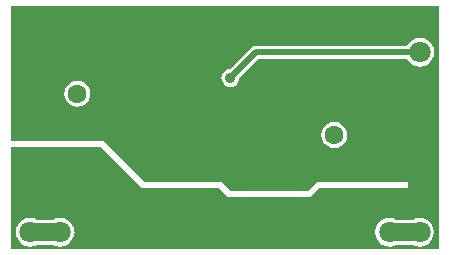
<source format=gbl>
G04 Layer_Physical_Order=2*
G04 Layer_Color=16711680*
%FSLAX42Y42*%
%MOMM*%
G71*
G01*
G75*
%ADD17C,0.50*%
%ADD20C,1.60*%
%ADD21C,1.80*%
%ADD22C,0.90*%
%ADD23C,1.50*%
%ADD24R,3.00X2.75*%
%ADD25R,3.14X2.53*%
%ADD26R,2.75X2.25*%
%ADD27R,5.25X2.75*%
%ADD28R,3.25X2.25*%
%ADD29R,5.50X2.75*%
%ADD30R,3.00X2.00*%
G36*
X3664Y36D02*
X36D01*
Y900D01*
X529D01*
X533Y887D01*
X522Y878D01*
X504Y855D01*
X493Y829D01*
X492Y820D01*
X708D01*
X707Y829D01*
X696Y855D01*
X678Y878D01*
X667Y887D01*
X671Y900D01*
X800D01*
X1150Y550D01*
X1800D01*
X1875Y475D01*
X2575D01*
X2650Y550D01*
X2704D01*
X2708Y537D01*
X2697Y528D01*
X2679Y505D01*
X2668Y479D01*
X2667Y470D01*
X2883D01*
X2882Y479D01*
X2871Y505D01*
X2853Y528D01*
X2842Y537D01*
X2846Y550D01*
X3400D01*
Y600D01*
X2625D01*
X2550Y525D01*
X1900D01*
X1825Y600D01*
X1175D01*
X1125Y650D01*
X825Y950D01*
X36D01*
Y2095D01*
X3664D01*
Y36D01*
D02*
G37*
%LPC*%
G36*
X3498Y299D02*
X3467Y294D01*
X3440Y283D01*
X3302D01*
X3275Y294D01*
X3244Y299D01*
X3213Y294D01*
X3183Y282D01*
X3158Y263D01*
X3139Y238D01*
X3127Y209D01*
X3124Y187D01*
X3123Y181D01*
X3111D01*
X3110Y187D01*
X3107Y209D01*
X3095Y238D01*
X3076Y263D01*
X3051Y282D01*
X3021Y294D01*
X3010Y296D01*
Y178D01*
Y59D01*
X3021Y61D01*
X3051Y73D01*
X3076Y92D01*
X3095Y117D01*
X3107Y146D01*
X3110Y168D01*
X3111Y174D01*
X3123D01*
X3124Y168D01*
X3127Y146D01*
X3139Y117D01*
X3158Y92D01*
X3183Y73D01*
X3213Y61D01*
X3244Y56D01*
X3275Y61D01*
X3302Y72D01*
X3440D01*
X3467Y61D01*
X3498Y56D01*
X3529Y61D01*
X3559Y73D01*
X3584Y92D01*
X3603Y117D01*
X3615Y146D01*
X3619Y178D01*
X3615Y209D01*
X3603Y238D01*
X3584Y263D01*
X3559Y282D01*
X3529Y294D01*
X3498Y299D01*
D02*
G37*
G36*
X453D02*
X422Y294D01*
X395Y283D01*
X257D01*
X230Y294D01*
X199Y299D01*
X168Y294D01*
X138Y282D01*
X113Y263D01*
X94Y238D01*
X82Y209D01*
X78Y178D01*
X82Y146D01*
X94Y117D01*
X113Y92D01*
X138Y73D01*
X168Y61D01*
X199Y56D01*
X230Y61D01*
X257Y72D01*
X395D01*
X422Y61D01*
X453Y56D01*
X484Y61D01*
X514Y73D01*
X539Y92D01*
X558Y117D01*
X570Y146D01*
X573Y168D01*
X574Y174D01*
X586D01*
X587Y168D01*
X590Y146D01*
X602Y117D01*
X621Y92D01*
X646Y73D01*
X676Y61D01*
X687Y59D01*
Y178D01*
Y296D01*
X676Y294D01*
X646Y282D01*
X621Y263D01*
X602Y238D01*
X590Y209D01*
X587Y187D01*
X586Y181D01*
X574D01*
X573Y187D01*
X570Y209D01*
X558Y238D01*
X539Y263D01*
X514Y282D01*
X484Y294D01*
X453Y299D01*
D02*
G37*
G36*
X2883Y430D02*
X2795D01*
Y342D01*
X2804Y343D01*
X2830Y354D01*
X2853Y372D01*
X2871Y395D01*
X2882Y421D01*
X2883Y430D01*
D02*
G37*
G36*
X2755D02*
X2667D01*
X2668Y421D01*
X2679Y395D01*
X2697Y372D01*
X2720Y354D01*
X2746Y343D01*
X2755Y342D01*
Y430D01*
D02*
G37*
G36*
X981Y296D02*
Y198D01*
X1079D01*
X1078Y209D01*
X1066Y238D01*
X1047Y263D01*
X1022Y282D01*
X992Y294D01*
X981Y296D01*
D02*
G37*
G36*
X2756D02*
Y178D01*
Y59D01*
X2767Y61D01*
X2797Y73D01*
X2822Y92D01*
X2841Y117D01*
X2853Y146D01*
X2856Y168D01*
X2857Y174D01*
X2869D01*
X2870Y168D01*
X2873Y146D01*
X2885Y117D01*
X2904Y92D01*
X2929Y73D01*
X2959Y61D01*
X2970Y59D01*
Y178D01*
Y296D01*
X2959Y294D01*
X2929Y282D01*
X2904Y263D01*
X2885Y238D01*
X2873Y209D01*
X2870Y187D01*
X2869Y181D01*
X2857D01*
X2856Y187D01*
X2853Y209D01*
X2841Y238D01*
X2822Y263D01*
X2797Y282D01*
X2767Y294D01*
X2756Y296D01*
D02*
G37*
G36*
X2716Y158D02*
X2618D01*
X2619Y146D01*
X2631Y117D01*
X2650Y92D01*
X2675Y73D01*
X2705Y61D01*
X2716Y59D01*
Y158D01*
D02*
G37*
G36*
X1079D02*
X981D01*
Y59D01*
X992Y61D01*
X1022Y73D01*
X1047Y92D01*
X1066Y117D01*
X1078Y146D01*
X1079Y158D01*
D02*
G37*
G36*
X2716Y296D02*
X2705Y294D01*
X2675Y282D01*
X2650Y263D01*
X2631Y238D01*
X2619Y209D01*
X2618Y198D01*
X2716D01*
Y296D01*
D02*
G37*
G36*
X941D02*
X930Y294D01*
X900Y282D01*
X875Y263D01*
X856Y238D01*
X844Y209D01*
X841Y187D01*
X840Y181D01*
X828D01*
X827Y187D01*
X824Y209D01*
X812Y238D01*
X793Y263D01*
X768Y282D01*
X738Y294D01*
X727Y296D01*
Y178D01*
Y59D01*
X738Y61D01*
X768Y73D01*
X793Y92D01*
X812Y117D01*
X824Y146D01*
X827Y168D01*
X828Y174D01*
X840D01*
X841Y168D01*
X844Y146D01*
X856Y117D01*
X875Y92D01*
X900Y73D01*
X930Y61D01*
X941Y59D01*
Y178D01*
Y296D01*
D02*
G37*
G36*
X177Y2074D02*
X166Y2072D01*
X137Y2060D01*
X112Y2041D01*
X93Y2016D01*
X81Y1987D01*
X79Y1976D01*
X177D01*
Y2074D01*
D02*
G37*
G36*
X316Y1936D02*
X217D01*
Y1837D01*
X229Y1839D01*
X258Y1851D01*
X283Y1870D01*
X302Y1895D01*
X314Y1924D01*
X316Y1936D01*
D02*
G37*
G36*
X217Y2074D02*
Y1976D01*
X316D01*
X314Y1987D01*
X302Y2016D01*
X283Y2041D01*
X258Y2060D01*
X229Y2072D01*
X217Y2074D01*
D02*
G37*
G36*
X3519D02*
Y1976D01*
X3618D01*
X3616Y1987D01*
X3604Y2016D01*
X3585Y2041D01*
X3560Y2060D01*
X3531Y2072D01*
X3519Y2074D01*
D02*
G37*
G36*
X3479D02*
X3468Y2072D01*
X3439Y2060D01*
X3414Y2041D01*
X3395Y2016D01*
X3383Y1987D01*
X3381Y1976D01*
X3479D01*
Y2074D01*
D02*
G37*
G36*
X177Y1936D02*
X79D01*
X81Y1924D01*
X93Y1895D01*
X112Y1870D01*
X137Y1851D01*
X166Y1839D01*
X177Y1837D01*
Y1936D01*
D02*
G37*
G36*
X708Y780D02*
X620D01*
Y692D01*
X629Y693D01*
X655Y704D01*
X678Y722D01*
X696Y745D01*
X707Y771D01*
X708Y780D01*
D02*
G37*
G36*
X580D02*
X492D01*
X493Y771D01*
X504Y745D01*
X522Y722D01*
X545Y704D01*
X571Y693D01*
X580Y692D01*
Y780D01*
D02*
G37*
G36*
X2775Y1111D02*
X2746Y1107D01*
X2720Y1096D01*
X2697Y1078D01*
X2679Y1055D01*
X2668Y1029D01*
X2664Y1000D01*
X2668Y971D01*
X2679Y945D01*
X2697Y922D01*
X2720Y904D01*
X2746Y893D01*
X2775Y889D01*
X2804Y893D01*
X2830Y904D01*
X2853Y922D01*
X2871Y945D01*
X2882Y971D01*
X2886Y1000D01*
X2882Y1029D01*
X2871Y1055D01*
X2853Y1078D01*
X2830Y1096D01*
X2804Y1107D01*
X2775Y1111D01*
D02*
G37*
G36*
X3618Y1936D02*
X3381D01*
X3383Y1924D01*
X3395Y1895D01*
X3414Y1870D01*
X3439Y1851D01*
X3468Y1839D01*
X3490Y1836D01*
X3496Y1835D01*
Y1822D01*
X3490Y1821D01*
X3468Y1818D01*
X3439Y1806D01*
X3414Y1787D01*
X3395Y1762D01*
X3393Y1758D01*
X2114D01*
X2092Y1753D01*
X2074Y1741D01*
X1892Y1559D01*
X1876Y1557D01*
X1858Y1550D01*
X1843Y1537D01*
X1830Y1522D01*
X1823Y1504D01*
X1820Y1484D01*
X1823Y1464D01*
X1830Y1446D01*
X1843Y1431D01*
X1858Y1418D01*
X1876Y1411D01*
X1896Y1408D01*
X1916Y1411D01*
X1934Y1418D01*
X1949Y1431D01*
X1962Y1446D01*
X1969Y1464D01*
X1971Y1480D01*
X2137Y1645D01*
X3393D01*
X3395Y1641D01*
X3414Y1616D01*
X3439Y1597D01*
X3468Y1585D01*
X3499Y1580D01*
X3531Y1585D01*
X3560Y1597D01*
X3585Y1616D01*
X3604Y1641D01*
X3616Y1670D01*
X3621Y1702D01*
X3616Y1733D01*
X3604Y1762D01*
X3585Y1787D01*
X3560Y1806D01*
X3531Y1818D01*
X3509Y1821D01*
X3503Y1822D01*
Y1835D01*
X3509Y1836D01*
X3531Y1839D01*
X3560Y1851D01*
X3585Y1870D01*
X3604Y1895D01*
X3616Y1924D01*
X3618Y1936D01*
D02*
G37*
G36*
X600Y1461D02*
X571Y1457D01*
X545Y1446D01*
X522Y1428D01*
X504Y1405D01*
X493Y1379D01*
X489Y1350D01*
X493Y1321D01*
X504Y1295D01*
X522Y1272D01*
X545Y1254D01*
X571Y1243D01*
X600Y1239D01*
X629Y1243D01*
X655Y1254D01*
X678Y1272D01*
X696Y1295D01*
X707Y1321D01*
X711Y1350D01*
X707Y1379D01*
X696Y1405D01*
X678Y1428D01*
X655Y1446D01*
X629Y1457D01*
X600Y1461D01*
D02*
G37*
%LPD*%
D17*
X2114Y1702D02*
X3499D01*
X1896Y1484D02*
X2114Y1702D01*
D20*
X2775Y450D02*
D03*
X2775Y1000D02*
D03*
X600Y1350D02*
D03*
Y800D02*
D03*
D21*
X707Y178D02*
D03*
X453D02*
D03*
X199D02*
D03*
X961D02*
D03*
X2990D02*
D03*
X3244D02*
D03*
X3498D02*
D03*
X2736D02*
D03*
X3499Y1956D02*
D03*
X197D02*
D03*
X3499Y1702D02*
D03*
D22*
X100Y1750D02*
D03*
X875Y2050D02*
D03*
X625D02*
D03*
X400D02*
D03*
X2375D02*
D03*
X1525D02*
D03*
X1425D02*
D03*
X1325D02*
D03*
X1225D02*
D03*
Y1950D02*
D03*
X1325Y1875D02*
D03*
X1550Y1750D02*
D03*
X1450D02*
D03*
X3275Y1600D02*
D03*
X3075Y375D02*
D03*
X3250Y400D02*
D03*
X3350Y500D02*
D03*
Y400D02*
D03*
X1175Y300D02*
D03*
X1575D02*
D03*
X1275Y175D02*
D03*
X1475D02*
D03*
X1375D02*
D03*
X2500Y100D02*
D03*
X1875D02*
D03*
X1450Y1450D02*
D03*
X1550D02*
D03*
Y1550D02*
D03*
X1450D02*
D03*
Y1650D02*
D03*
X1550D02*
D03*
X1896Y1614D02*
D03*
Y1484D02*
D03*
D23*
X3247Y178D02*
X3498D01*
X199D02*
X450D01*
D24*
X225Y1938D02*
D03*
D25*
X3507Y1948D02*
D03*
D26*
X2788Y438D02*
D03*
D27*
X2862Y188D02*
D03*
D28*
X588Y788D02*
D03*
D29*
X850Y188D02*
D03*
D30*
X1500Y1450D02*
D03*
X1500Y1650D02*
D03*
M02*

</source>
